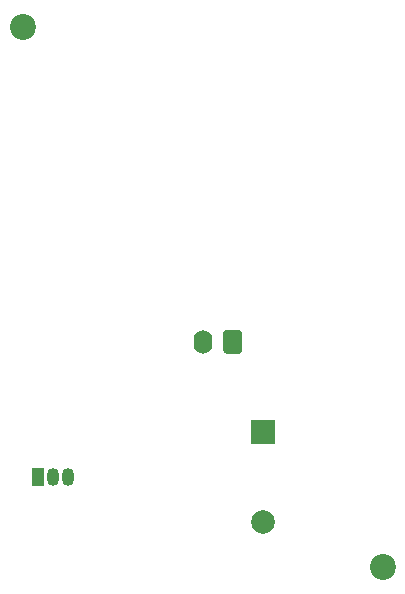
<source format=gbr>
%TF.GenerationSoftware,KiCad,Pcbnew,(5.1.7)-1*%
%TF.CreationDate,2020-12-06T23:53:20-03:00*%
%TF.ProjectId,PrimerProyecto,5072696d-6572-4507-926f-796563746f2e,rev?*%
%TF.SameCoordinates,Original*%
%TF.FileFunction,Soldermask,Bot*%
%TF.FilePolarity,Negative*%
%FSLAX46Y46*%
G04 Gerber Fmt 4.6, Leading zero omitted, Abs format (unit mm)*
G04 Created by KiCad (PCBNEW (5.1.7)-1) date 2020-12-06 23:53:20*
%MOMM*%
%LPD*%
G01*
G04 APERTURE LIST*
%ADD10O,1.050000X1.500000*%
%ADD11R,1.050000X1.500000*%
%ADD12C,2.200000*%
%ADD13R,2.000000X2.000000*%
%ADD14C,2.000000*%
%ADD15O,1.600000X2.000000*%
G04 APERTURE END LIST*
D10*
%TO.C,Q2*%
X115570000Y-100330000D03*
X116840000Y-100330000D03*
D11*
X114300000Y-100330000D03*
%TD*%
D12*
%TO.C,REF\u002A\u002A*%
X143510000Y-107950000D03*
%TD*%
%TO.C,REF\u002A\u002A*%
X113030000Y-62230000D03*
%TD*%
D13*
%TO.C,BZ1*%
X133350000Y-96520000D03*
D14*
X133350000Y-104120000D03*
%TD*%
D15*
%TO.C,Q1*%
X128270000Y-88900000D03*
G36*
G01*
X130259600Y-87900000D02*
X131360400Y-87900000D01*
G75*
G02*
X131610000Y-88149600I0J-249600D01*
G01*
X131610000Y-89650400D01*
G75*
G02*
X131360400Y-89900000I-249600J0D01*
G01*
X130259600Y-89900000D01*
G75*
G02*
X130010000Y-89650400I0J249600D01*
G01*
X130010000Y-88149600D01*
G75*
G02*
X130259600Y-87900000I249600J0D01*
G01*
G37*
%TD*%
M02*

</source>
